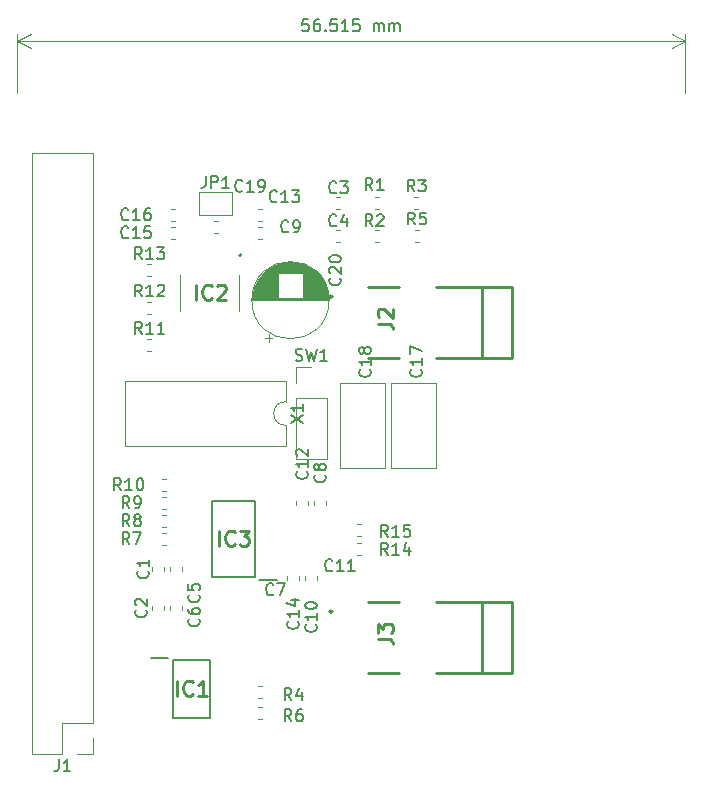
<source format=gto>
G04 #@! TF.GenerationSoftware,KiCad,Pcbnew,(5.1.2)-2*
G04 #@! TF.CreationDate,2019-12-17T18:16:02+09:00*
G04 #@! TF.ProjectId,simplecodec3,73696d70-6c65-4636-9f64-6563332e6b69,rev?*
G04 #@! TF.SameCoordinates,Original*
G04 #@! TF.FileFunction,Legend,Top*
G04 #@! TF.FilePolarity,Positive*
%FSLAX46Y46*%
G04 Gerber Fmt 4.6, Leading zero omitted, Abs format (unit mm)*
G04 Created by KiCad (PCBNEW (5.1.2)-2) date 2019-12-17 18:16:02*
%MOMM*%
%LPD*%
G04 APERTURE LIST*
%ADD10C,0.150000*%
%ADD11C,0.120000*%
%ADD12C,0.200000*%
%ADD13C,0.100000*%
%ADD14C,0.254000*%
G04 APERTURE END LIST*
D10*
X70993452Y-15962380D02*
X70517261Y-15962380D01*
X70469642Y-16438571D01*
X70517261Y-16390952D01*
X70612500Y-16343333D01*
X70850595Y-16343333D01*
X70945833Y-16390952D01*
X70993452Y-16438571D01*
X71041071Y-16533809D01*
X71041071Y-16771904D01*
X70993452Y-16867142D01*
X70945833Y-16914761D01*
X70850595Y-16962380D01*
X70612500Y-16962380D01*
X70517261Y-16914761D01*
X70469642Y-16867142D01*
X71898214Y-15962380D02*
X71707738Y-15962380D01*
X71612500Y-16010000D01*
X71564880Y-16057619D01*
X71469642Y-16200476D01*
X71422023Y-16390952D01*
X71422023Y-16771904D01*
X71469642Y-16867142D01*
X71517261Y-16914761D01*
X71612500Y-16962380D01*
X71802976Y-16962380D01*
X71898214Y-16914761D01*
X71945833Y-16867142D01*
X71993452Y-16771904D01*
X71993452Y-16533809D01*
X71945833Y-16438571D01*
X71898214Y-16390952D01*
X71802976Y-16343333D01*
X71612500Y-16343333D01*
X71517261Y-16390952D01*
X71469642Y-16438571D01*
X71422023Y-16533809D01*
X72422023Y-16867142D02*
X72469642Y-16914761D01*
X72422023Y-16962380D01*
X72374404Y-16914761D01*
X72422023Y-16867142D01*
X72422023Y-16962380D01*
X73374404Y-15962380D02*
X72898214Y-15962380D01*
X72850595Y-16438571D01*
X72898214Y-16390952D01*
X72993452Y-16343333D01*
X73231547Y-16343333D01*
X73326785Y-16390952D01*
X73374404Y-16438571D01*
X73422023Y-16533809D01*
X73422023Y-16771904D01*
X73374404Y-16867142D01*
X73326785Y-16914761D01*
X73231547Y-16962380D01*
X72993452Y-16962380D01*
X72898214Y-16914761D01*
X72850595Y-16867142D01*
X74374404Y-16962380D02*
X73802976Y-16962380D01*
X74088690Y-16962380D02*
X74088690Y-15962380D01*
X73993452Y-16105238D01*
X73898214Y-16200476D01*
X73802976Y-16248095D01*
X75279166Y-15962380D02*
X74802976Y-15962380D01*
X74755357Y-16438571D01*
X74802976Y-16390952D01*
X74898214Y-16343333D01*
X75136309Y-16343333D01*
X75231547Y-16390952D01*
X75279166Y-16438571D01*
X75326785Y-16533809D01*
X75326785Y-16771904D01*
X75279166Y-16867142D01*
X75231547Y-16914761D01*
X75136309Y-16962380D01*
X74898214Y-16962380D01*
X74802976Y-16914761D01*
X74755357Y-16867142D01*
X76517261Y-16962380D02*
X76517261Y-16295714D01*
X76517261Y-16390952D02*
X76564880Y-16343333D01*
X76660119Y-16295714D01*
X76802976Y-16295714D01*
X76898214Y-16343333D01*
X76945833Y-16438571D01*
X76945833Y-16962380D01*
X76945833Y-16438571D02*
X76993452Y-16343333D01*
X77088690Y-16295714D01*
X77231547Y-16295714D01*
X77326785Y-16343333D01*
X77374404Y-16438571D01*
X77374404Y-16962380D01*
X77850595Y-16962380D02*
X77850595Y-16295714D01*
X77850595Y-16390952D02*
X77898214Y-16343333D01*
X77993452Y-16295714D01*
X78136309Y-16295714D01*
X78231547Y-16343333D01*
X78279166Y-16438571D01*
X78279166Y-16962380D01*
X78279166Y-16438571D02*
X78326785Y-16343333D01*
X78422023Y-16295714D01*
X78564880Y-16295714D01*
X78660119Y-16343333D01*
X78707738Y-16438571D01*
X78707738Y-16962380D01*
D11*
X46355000Y-17780000D02*
X102870000Y-17780000D01*
X46355000Y-22225000D02*
X46355000Y-17193579D01*
X102870000Y-22225000D02*
X102870000Y-17193579D01*
X102870000Y-17780000D02*
X101743496Y-18366421D01*
X102870000Y-17780000D02*
X101743496Y-17193579D01*
X46355000Y-17780000D02*
X47481504Y-18366421D01*
X46355000Y-17780000D02*
X47481504Y-17193579D01*
X57783000Y-62312733D02*
X57783000Y-62655267D01*
X58803000Y-62312733D02*
X58803000Y-62655267D01*
X58803000Y-65957267D02*
X58803000Y-65614733D01*
X57783000Y-65957267D02*
X57783000Y-65614733D01*
X73361733Y-32006000D02*
X73704267Y-32006000D01*
X73361733Y-30986000D02*
X73704267Y-30986000D01*
X73361733Y-33780000D02*
X73704267Y-33780000D01*
X73361733Y-34800000D02*
X73704267Y-34800000D01*
X60327000Y-62312733D02*
X60327000Y-62655267D01*
X59307000Y-62312733D02*
X59307000Y-62655267D01*
X60327000Y-65614733D02*
X60327000Y-65957267D01*
X59307000Y-65614733D02*
X59307000Y-65957267D01*
X72519000Y-57067267D02*
X72519000Y-56724733D01*
X71499000Y-57067267D02*
X71499000Y-56724733D01*
X66757733Y-34546000D02*
X67100267Y-34546000D01*
X66757733Y-33526000D02*
X67100267Y-33526000D01*
X70737000Y-63417267D02*
X70737000Y-63074733D01*
X71757000Y-63417267D02*
X71757000Y-63074733D01*
X69975000Y-57067267D02*
X69975000Y-56724733D01*
X70995000Y-57067267D02*
X70995000Y-56724733D01*
X66757733Y-32002000D02*
X67100267Y-32002000D01*
X66757733Y-33022000D02*
X67100267Y-33022000D01*
X70233000Y-63417267D02*
X70233000Y-63074733D01*
X69213000Y-63417267D02*
X69213000Y-63074733D01*
X59734267Y-34546000D02*
X59391733Y-34546000D01*
X59734267Y-33526000D02*
X59391733Y-33526000D01*
X59734267Y-32002000D02*
X59391733Y-32002000D01*
X59734267Y-33022000D02*
X59391733Y-33022000D01*
X78013000Y-46712000D02*
X81753000Y-46712000D01*
X78013000Y-53952000D02*
X81753000Y-53952000D01*
X81753000Y-53952000D02*
X81753000Y-46712000D01*
X78013000Y-53952000D02*
X78013000Y-46712000D01*
X73695000Y-53952000D02*
X73695000Y-46712000D01*
X77435000Y-53952000D02*
X77435000Y-46712000D01*
X73695000Y-53952000D02*
X77435000Y-53952000D01*
X73695000Y-46712000D02*
X77435000Y-46712000D01*
X63011233Y-33018000D02*
X63353767Y-33018000D01*
X63011233Y-34038000D02*
X63353767Y-34038000D01*
X72739000Y-39731000D02*
G75*
G03X72739000Y-39731000I-3270000J0D01*
G01*
X66239000Y-39731000D02*
X72699000Y-39731000D01*
X66239000Y-39691000D02*
X72699000Y-39691000D01*
X66239000Y-39651000D02*
X72699000Y-39651000D01*
X66241000Y-39611000D02*
X72697000Y-39611000D01*
X66242000Y-39571000D02*
X72696000Y-39571000D01*
X66245000Y-39531000D02*
X72693000Y-39531000D01*
X66247000Y-39491000D02*
X68429000Y-39491000D01*
X70509000Y-39491000D02*
X72691000Y-39491000D01*
X66251000Y-39451000D02*
X68429000Y-39451000D01*
X70509000Y-39451000D02*
X72687000Y-39451000D01*
X66254000Y-39411000D02*
X68429000Y-39411000D01*
X70509000Y-39411000D02*
X72684000Y-39411000D01*
X66258000Y-39371000D02*
X68429000Y-39371000D01*
X70509000Y-39371000D02*
X72680000Y-39371000D01*
X66263000Y-39331000D02*
X68429000Y-39331000D01*
X70509000Y-39331000D02*
X72675000Y-39331000D01*
X66268000Y-39291000D02*
X68429000Y-39291000D01*
X70509000Y-39291000D02*
X72670000Y-39291000D01*
X66274000Y-39251000D02*
X68429000Y-39251000D01*
X70509000Y-39251000D02*
X72664000Y-39251000D01*
X66280000Y-39211000D02*
X68429000Y-39211000D01*
X70509000Y-39211000D02*
X72658000Y-39211000D01*
X66287000Y-39171000D02*
X68429000Y-39171000D01*
X70509000Y-39171000D02*
X72651000Y-39171000D01*
X66294000Y-39131000D02*
X68429000Y-39131000D01*
X70509000Y-39131000D02*
X72644000Y-39131000D01*
X66302000Y-39091000D02*
X68429000Y-39091000D01*
X70509000Y-39091000D02*
X72636000Y-39091000D01*
X66310000Y-39051000D02*
X68429000Y-39051000D01*
X70509000Y-39051000D02*
X72628000Y-39051000D01*
X66319000Y-39010000D02*
X68429000Y-39010000D01*
X70509000Y-39010000D02*
X72619000Y-39010000D01*
X66328000Y-38970000D02*
X68429000Y-38970000D01*
X70509000Y-38970000D02*
X72610000Y-38970000D01*
X66338000Y-38930000D02*
X68429000Y-38930000D01*
X70509000Y-38930000D02*
X72600000Y-38930000D01*
X66348000Y-38890000D02*
X68429000Y-38890000D01*
X70509000Y-38890000D02*
X72590000Y-38890000D01*
X66359000Y-38850000D02*
X68429000Y-38850000D01*
X70509000Y-38850000D02*
X72579000Y-38850000D01*
X66371000Y-38810000D02*
X68429000Y-38810000D01*
X70509000Y-38810000D02*
X72567000Y-38810000D01*
X66383000Y-38770000D02*
X68429000Y-38770000D01*
X70509000Y-38770000D02*
X72555000Y-38770000D01*
X66395000Y-38730000D02*
X68429000Y-38730000D01*
X70509000Y-38730000D02*
X72543000Y-38730000D01*
X66408000Y-38690000D02*
X68429000Y-38690000D01*
X70509000Y-38690000D02*
X72530000Y-38690000D01*
X66422000Y-38650000D02*
X68429000Y-38650000D01*
X70509000Y-38650000D02*
X72516000Y-38650000D01*
X66436000Y-38610000D02*
X68429000Y-38610000D01*
X70509000Y-38610000D02*
X72502000Y-38610000D01*
X66451000Y-38570000D02*
X68429000Y-38570000D01*
X70509000Y-38570000D02*
X72487000Y-38570000D01*
X66467000Y-38530000D02*
X68429000Y-38530000D01*
X70509000Y-38530000D02*
X72471000Y-38530000D01*
X66483000Y-38490000D02*
X68429000Y-38490000D01*
X70509000Y-38490000D02*
X72455000Y-38490000D01*
X66499000Y-38450000D02*
X68429000Y-38450000D01*
X70509000Y-38450000D02*
X72439000Y-38450000D01*
X66517000Y-38410000D02*
X68429000Y-38410000D01*
X70509000Y-38410000D02*
X72421000Y-38410000D01*
X66535000Y-38370000D02*
X68429000Y-38370000D01*
X70509000Y-38370000D02*
X72403000Y-38370000D01*
X66553000Y-38330000D02*
X68429000Y-38330000D01*
X70509000Y-38330000D02*
X72385000Y-38330000D01*
X66573000Y-38290000D02*
X68429000Y-38290000D01*
X70509000Y-38290000D02*
X72365000Y-38290000D01*
X66593000Y-38250000D02*
X68429000Y-38250000D01*
X70509000Y-38250000D02*
X72345000Y-38250000D01*
X66613000Y-38210000D02*
X68429000Y-38210000D01*
X70509000Y-38210000D02*
X72325000Y-38210000D01*
X66635000Y-38170000D02*
X68429000Y-38170000D01*
X70509000Y-38170000D02*
X72303000Y-38170000D01*
X66657000Y-38130000D02*
X68429000Y-38130000D01*
X70509000Y-38130000D02*
X72281000Y-38130000D01*
X66679000Y-38090000D02*
X68429000Y-38090000D01*
X70509000Y-38090000D02*
X72259000Y-38090000D01*
X66703000Y-38050000D02*
X68429000Y-38050000D01*
X70509000Y-38050000D02*
X72235000Y-38050000D01*
X66727000Y-38010000D02*
X68429000Y-38010000D01*
X70509000Y-38010000D02*
X72211000Y-38010000D01*
X66753000Y-37970000D02*
X68429000Y-37970000D01*
X70509000Y-37970000D02*
X72185000Y-37970000D01*
X66779000Y-37930000D02*
X68429000Y-37930000D01*
X70509000Y-37930000D02*
X72159000Y-37930000D01*
X66805000Y-37890000D02*
X68429000Y-37890000D01*
X70509000Y-37890000D02*
X72133000Y-37890000D01*
X66833000Y-37850000D02*
X68429000Y-37850000D01*
X70509000Y-37850000D02*
X72105000Y-37850000D01*
X66862000Y-37810000D02*
X68429000Y-37810000D01*
X70509000Y-37810000D02*
X72076000Y-37810000D01*
X66891000Y-37770000D02*
X68429000Y-37770000D01*
X70509000Y-37770000D02*
X72047000Y-37770000D01*
X66921000Y-37730000D02*
X68429000Y-37730000D01*
X70509000Y-37730000D02*
X72017000Y-37730000D01*
X66953000Y-37690000D02*
X68429000Y-37690000D01*
X70509000Y-37690000D02*
X71985000Y-37690000D01*
X66985000Y-37650000D02*
X68429000Y-37650000D01*
X70509000Y-37650000D02*
X71953000Y-37650000D01*
X67019000Y-37610000D02*
X68429000Y-37610000D01*
X70509000Y-37610000D02*
X71919000Y-37610000D01*
X67053000Y-37570000D02*
X68429000Y-37570000D01*
X70509000Y-37570000D02*
X71885000Y-37570000D01*
X67089000Y-37530000D02*
X68429000Y-37530000D01*
X70509000Y-37530000D02*
X71849000Y-37530000D01*
X67126000Y-37490000D02*
X68429000Y-37490000D01*
X70509000Y-37490000D02*
X71812000Y-37490000D01*
X67164000Y-37450000D02*
X68429000Y-37450000D01*
X70509000Y-37450000D02*
X71774000Y-37450000D01*
X67204000Y-37410000D02*
X71734000Y-37410000D01*
X67245000Y-37370000D02*
X71693000Y-37370000D01*
X67287000Y-37330000D02*
X71651000Y-37330000D01*
X67332000Y-37290000D02*
X71606000Y-37290000D01*
X67377000Y-37250000D02*
X71561000Y-37250000D01*
X67425000Y-37210000D02*
X71513000Y-37210000D01*
X67474000Y-37170000D02*
X71464000Y-37170000D01*
X67525000Y-37130000D02*
X71413000Y-37130000D01*
X67579000Y-37090000D02*
X71359000Y-37090000D01*
X67635000Y-37050000D02*
X71303000Y-37050000D01*
X67693000Y-37010000D02*
X71245000Y-37010000D01*
X67755000Y-36970000D02*
X71183000Y-36970000D01*
X67819000Y-36930000D02*
X71119000Y-36930000D01*
X67888000Y-36890000D02*
X71050000Y-36890000D01*
X67960000Y-36850000D02*
X70978000Y-36850000D01*
X68037000Y-36810000D02*
X70901000Y-36810000D01*
X68119000Y-36770000D02*
X70819000Y-36770000D01*
X68207000Y-36730000D02*
X70731000Y-36730000D01*
X68304000Y-36690000D02*
X70634000Y-36690000D01*
X68410000Y-36650000D02*
X70528000Y-36650000D01*
X68529000Y-36610000D02*
X70409000Y-36610000D01*
X68667000Y-36570000D02*
X70271000Y-36570000D01*
X68836000Y-36530000D02*
X70102000Y-36530000D01*
X69067000Y-36490000D02*
X69871000Y-36490000D01*
X67630000Y-43231241D02*
X67630000Y-42601241D01*
X67315000Y-42916241D02*
X67945000Y-42916241D01*
D12*
X59487000Y-70194000D02*
X62687000Y-70194000D01*
X62687000Y-70194000D02*
X62687000Y-75094000D01*
X62687000Y-75094000D02*
X59487000Y-75094000D01*
X59487000Y-75094000D02*
X59487000Y-70194000D01*
X57637000Y-70064000D02*
X59137000Y-70064000D01*
D13*
X65111000Y-40616000D02*
X65111000Y-37616000D01*
X60111000Y-40616000D02*
X60111000Y-37616000D01*
D12*
X65211000Y-36016000D02*
X65211000Y-36016000D01*
X65211000Y-35816000D02*
X65211000Y-35816000D01*
X65211000Y-35816000D02*
G75*
G02X65211000Y-36016000I0J-100000D01*
G01*
X65211000Y-36016000D02*
G75*
G02X65211000Y-35816000I0J100000D01*
G01*
X66493000Y-63194000D02*
X62793000Y-63194000D01*
X62793000Y-63194000D02*
X62793000Y-56694000D01*
X62793000Y-56694000D02*
X66493000Y-56694000D01*
X66493000Y-56694000D02*
X66493000Y-63194000D01*
X68318000Y-63444000D02*
X66843000Y-63444000D01*
D11*
X52765000Y-27245000D02*
X47565000Y-27245000D01*
X52765000Y-75565000D02*
X52765000Y-27245000D01*
X47565000Y-78165000D02*
X47565000Y-27245000D01*
X52765000Y-75565000D02*
X50165000Y-75565000D01*
X50165000Y-75565000D02*
X50165000Y-78165000D01*
X50165000Y-78165000D02*
X47565000Y-78165000D01*
X52765000Y-76835000D02*
X52765000Y-78165000D01*
X52765000Y-78165000D02*
X51435000Y-78165000D01*
D14*
X73014000Y-39395000D02*
G75*
G03X73014000Y-39395000I-107000J0D01*
G01*
X78672000Y-44656000D02*
X76025000Y-44656000D01*
X78672000Y-38656000D02*
X76025000Y-38656000D01*
X85725000Y-44656000D02*
X81782000Y-44656000D01*
X85725000Y-38656000D02*
X81782000Y-38656000D01*
X85725000Y-44656000D02*
X88225000Y-44656000D01*
X85725000Y-38656000D02*
X85725000Y-44656000D01*
X88225000Y-38656000D02*
X85725000Y-38656000D01*
X88225000Y-38656000D02*
X88225000Y-44656000D01*
X88225000Y-65326000D02*
X88225000Y-71326000D01*
X88225000Y-65326000D02*
X85725000Y-65326000D01*
X85725000Y-65326000D02*
X85725000Y-71326000D01*
X85725000Y-71326000D02*
X88225000Y-71326000D01*
X85725000Y-65326000D02*
X81782000Y-65326000D01*
X85725000Y-71326000D02*
X81782000Y-71326000D01*
X78672000Y-65326000D02*
X76025000Y-65326000D01*
X78672000Y-71326000D02*
X76025000Y-71326000D01*
X73014000Y-66065000D02*
G75*
G03X73014000Y-66065000I-107000J0D01*
G01*
D11*
X61719000Y-32559500D02*
X61719000Y-30559500D01*
X64519000Y-32559500D02*
X61719000Y-32559500D01*
X64519000Y-30559500D02*
X64519000Y-32559500D01*
X61719000Y-30559500D02*
X64519000Y-30559500D01*
X77006267Y-30986000D02*
X76663733Y-30986000D01*
X77006267Y-32006000D02*
X76663733Y-32006000D01*
X77006267Y-34800000D02*
X76663733Y-34800000D01*
X77006267Y-33780000D02*
X76663733Y-33780000D01*
X79965733Y-32006000D02*
X80308267Y-32006000D01*
X79965733Y-30986000D02*
X80308267Y-30986000D01*
X67100267Y-72388000D02*
X66757733Y-72388000D01*
X67100267Y-73408000D02*
X66757733Y-73408000D01*
X80015233Y-33780000D02*
X80357767Y-33780000D01*
X80015233Y-34800000D02*
X80357767Y-34800000D01*
X67100267Y-75186000D02*
X66757733Y-75186000D01*
X67100267Y-74166000D02*
X66757733Y-74166000D01*
X58629733Y-60454000D02*
X58972267Y-60454000D01*
X58629733Y-59434000D02*
X58972267Y-59434000D01*
X58629733Y-57910000D02*
X58972267Y-57910000D01*
X58629733Y-58930000D02*
X58972267Y-58930000D01*
X58629733Y-56386000D02*
X58972267Y-56386000D01*
X58629733Y-57406000D02*
X58972267Y-57406000D01*
X58629733Y-55882000D02*
X58972267Y-55882000D01*
X58629733Y-54862000D02*
X58972267Y-54862000D01*
X57359733Y-43051000D02*
X57702267Y-43051000D01*
X57359733Y-44071000D02*
X57702267Y-44071000D01*
X57359733Y-39876000D02*
X57702267Y-39876000D01*
X57359733Y-40896000D02*
X57702267Y-40896000D01*
X57702267Y-36701000D02*
X57359733Y-36701000D01*
X57702267Y-37721000D02*
X57359733Y-37721000D01*
X75139733Y-60323000D02*
X75482267Y-60323000D01*
X75139733Y-61343000D02*
X75482267Y-61343000D01*
X75468267Y-58672000D02*
X75125733Y-58672000D01*
X75468267Y-59692000D02*
X75125733Y-59692000D01*
X69917000Y-53146000D02*
X72577000Y-53146000D01*
X69917000Y-48006000D02*
X69917000Y-53146000D01*
X72577000Y-48006000D02*
X72577000Y-53146000D01*
X69917000Y-48006000D02*
X72577000Y-48006000D01*
X69917000Y-46736000D02*
X69917000Y-45406000D01*
X69917000Y-45406000D02*
X71247000Y-45406000D01*
X69053000Y-48326000D02*
X69053000Y-46556000D01*
X69053000Y-46556000D02*
X55453000Y-46556000D01*
X55453000Y-46556000D02*
X55453000Y-52096000D01*
X55453000Y-52096000D02*
X69053000Y-52096000D01*
X69053000Y-52096000D02*
X69053000Y-50326000D01*
X69053000Y-50326000D02*
G75*
G02X69053000Y-48326000I0J1000000D01*
G01*
D10*
X57380142Y-62650666D02*
X57427761Y-62698285D01*
X57475380Y-62841142D01*
X57475380Y-62936380D01*
X57427761Y-63079238D01*
X57332523Y-63174476D01*
X57237285Y-63222095D01*
X57046809Y-63269714D01*
X56903952Y-63269714D01*
X56713476Y-63222095D01*
X56618238Y-63174476D01*
X56523000Y-63079238D01*
X56475380Y-62936380D01*
X56475380Y-62841142D01*
X56523000Y-62698285D01*
X56570619Y-62650666D01*
X57475380Y-61698285D02*
X57475380Y-62269714D01*
X57475380Y-61984000D02*
X56475380Y-61984000D01*
X56618238Y-62079238D01*
X56713476Y-62174476D01*
X56761095Y-62269714D01*
X57220142Y-65952666D02*
X57267761Y-66000285D01*
X57315380Y-66143142D01*
X57315380Y-66238380D01*
X57267761Y-66381238D01*
X57172523Y-66476476D01*
X57077285Y-66524095D01*
X56886809Y-66571714D01*
X56743952Y-66571714D01*
X56553476Y-66524095D01*
X56458238Y-66476476D01*
X56363000Y-66381238D01*
X56315380Y-66238380D01*
X56315380Y-66143142D01*
X56363000Y-66000285D01*
X56410619Y-65952666D01*
X56410619Y-65571714D02*
X56363000Y-65524095D01*
X56315380Y-65428857D01*
X56315380Y-65190761D01*
X56363000Y-65095523D01*
X56410619Y-65047904D01*
X56505857Y-65000285D01*
X56601095Y-65000285D01*
X56743952Y-65047904D01*
X57315380Y-65619333D01*
X57315380Y-65000285D01*
X73366333Y-30583142D02*
X73318714Y-30630761D01*
X73175857Y-30678380D01*
X73080619Y-30678380D01*
X72937761Y-30630761D01*
X72842523Y-30535523D01*
X72794904Y-30440285D01*
X72747285Y-30249809D01*
X72747285Y-30106952D01*
X72794904Y-29916476D01*
X72842523Y-29821238D01*
X72937761Y-29726000D01*
X73080619Y-29678380D01*
X73175857Y-29678380D01*
X73318714Y-29726000D01*
X73366333Y-29773619D01*
X73699666Y-29678380D02*
X74318714Y-29678380D01*
X73985380Y-30059333D01*
X74128238Y-30059333D01*
X74223476Y-30106952D01*
X74271095Y-30154571D01*
X74318714Y-30249809D01*
X74318714Y-30487904D01*
X74271095Y-30583142D01*
X74223476Y-30630761D01*
X74128238Y-30678380D01*
X73842523Y-30678380D01*
X73747285Y-30630761D01*
X73699666Y-30583142D01*
X73366333Y-33377142D02*
X73318714Y-33424761D01*
X73175857Y-33472380D01*
X73080619Y-33472380D01*
X72937761Y-33424761D01*
X72842523Y-33329523D01*
X72794904Y-33234285D01*
X72747285Y-33043809D01*
X72747285Y-32900952D01*
X72794904Y-32710476D01*
X72842523Y-32615238D01*
X72937761Y-32520000D01*
X73080619Y-32472380D01*
X73175857Y-32472380D01*
X73318714Y-32520000D01*
X73366333Y-32567619D01*
X74223476Y-32805714D02*
X74223476Y-33472380D01*
X73985380Y-32424761D02*
X73747285Y-33139047D01*
X74366333Y-33139047D01*
X61698142Y-64682666D02*
X61745761Y-64730285D01*
X61793380Y-64873142D01*
X61793380Y-64968380D01*
X61745761Y-65111238D01*
X61650523Y-65206476D01*
X61555285Y-65254095D01*
X61364809Y-65301714D01*
X61221952Y-65301714D01*
X61031476Y-65254095D01*
X60936238Y-65206476D01*
X60841000Y-65111238D01*
X60793380Y-64968380D01*
X60793380Y-64873142D01*
X60841000Y-64730285D01*
X60888619Y-64682666D01*
X60793380Y-63777904D02*
X60793380Y-64254095D01*
X61269571Y-64301714D01*
X61221952Y-64254095D01*
X61174333Y-64158857D01*
X61174333Y-63920761D01*
X61221952Y-63825523D01*
X61269571Y-63777904D01*
X61364809Y-63730285D01*
X61602904Y-63730285D01*
X61698142Y-63777904D01*
X61745761Y-63825523D01*
X61793380Y-63920761D01*
X61793380Y-64158857D01*
X61745761Y-64254095D01*
X61698142Y-64301714D01*
X61698142Y-66714666D02*
X61745761Y-66762285D01*
X61793380Y-66905142D01*
X61793380Y-67000380D01*
X61745761Y-67143238D01*
X61650523Y-67238476D01*
X61555285Y-67286095D01*
X61364809Y-67333714D01*
X61221952Y-67333714D01*
X61031476Y-67286095D01*
X60936238Y-67238476D01*
X60841000Y-67143238D01*
X60793380Y-67000380D01*
X60793380Y-66905142D01*
X60841000Y-66762285D01*
X60888619Y-66714666D01*
X60793380Y-65857523D02*
X60793380Y-66048000D01*
X60841000Y-66143238D01*
X60888619Y-66190857D01*
X61031476Y-66286095D01*
X61221952Y-66333714D01*
X61602904Y-66333714D01*
X61698142Y-66286095D01*
X61745761Y-66238476D01*
X61793380Y-66143238D01*
X61793380Y-65952761D01*
X61745761Y-65857523D01*
X61698142Y-65809904D01*
X61602904Y-65762285D01*
X61364809Y-65762285D01*
X61269571Y-65809904D01*
X61221952Y-65857523D01*
X61174333Y-65952761D01*
X61174333Y-66143238D01*
X61221952Y-66238476D01*
X61269571Y-66286095D01*
X61364809Y-66333714D01*
X68032333Y-64619142D02*
X67984714Y-64666761D01*
X67841857Y-64714380D01*
X67746619Y-64714380D01*
X67603761Y-64666761D01*
X67508523Y-64571523D01*
X67460904Y-64476285D01*
X67413285Y-64285809D01*
X67413285Y-64142952D01*
X67460904Y-63952476D01*
X67508523Y-63857238D01*
X67603761Y-63762000D01*
X67746619Y-63714380D01*
X67841857Y-63714380D01*
X67984714Y-63762000D01*
X68032333Y-63809619D01*
X68365666Y-63714380D02*
X69032333Y-63714380D01*
X68603761Y-64714380D01*
X72366142Y-54522666D02*
X72413761Y-54570285D01*
X72461380Y-54713142D01*
X72461380Y-54808380D01*
X72413761Y-54951238D01*
X72318523Y-55046476D01*
X72223285Y-55094095D01*
X72032809Y-55141714D01*
X71889952Y-55141714D01*
X71699476Y-55094095D01*
X71604238Y-55046476D01*
X71509000Y-54951238D01*
X71461380Y-54808380D01*
X71461380Y-54713142D01*
X71509000Y-54570285D01*
X71556619Y-54522666D01*
X71889952Y-53951238D02*
X71842333Y-54046476D01*
X71794714Y-54094095D01*
X71699476Y-54141714D01*
X71651857Y-54141714D01*
X71556619Y-54094095D01*
X71509000Y-54046476D01*
X71461380Y-53951238D01*
X71461380Y-53760761D01*
X71509000Y-53665523D01*
X71556619Y-53617904D01*
X71651857Y-53570285D01*
X71699476Y-53570285D01*
X71794714Y-53617904D01*
X71842333Y-53665523D01*
X71889952Y-53760761D01*
X71889952Y-53951238D01*
X71937571Y-54046476D01*
X71985190Y-54094095D01*
X72080428Y-54141714D01*
X72270904Y-54141714D01*
X72366142Y-54094095D01*
X72413761Y-54046476D01*
X72461380Y-53951238D01*
X72461380Y-53760761D01*
X72413761Y-53665523D01*
X72366142Y-53617904D01*
X72270904Y-53570285D01*
X72080428Y-53570285D01*
X71985190Y-53617904D01*
X71937571Y-53665523D01*
X71889952Y-53760761D01*
X69302333Y-33885142D02*
X69254714Y-33932761D01*
X69111857Y-33980380D01*
X69016619Y-33980380D01*
X68873761Y-33932761D01*
X68778523Y-33837523D01*
X68730904Y-33742285D01*
X68683285Y-33551809D01*
X68683285Y-33408952D01*
X68730904Y-33218476D01*
X68778523Y-33123238D01*
X68873761Y-33028000D01*
X69016619Y-32980380D01*
X69111857Y-32980380D01*
X69254714Y-33028000D01*
X69302333Y-33075619D01*
X69778523Y-33980380D02*
X69969000Y-33980380D01*
X70064238Y-33932761D01*
X70111857Y-33885142D01*
X70207095Y-33742285D01*
X70254714Y-33551809D01*
X70254714Y-33170857D01*
X70207095Y-33075619D01*
X70159476Y-33028000D01*
X70064238Y-32980380D01*
X69873761Y-32980380D01*
X69778523Y-33028000D01*
X69730904Y-33075619D01*
X69683285Y-33170857D01*
X69683285Y-33408952D01*
X69730904Y-33504190D01*
X69778523Y-33551809D01*
X69873761Y-33599428D01*
X70064238Y-33599428D01*
X70159476Y-33551809D01*
X70207095Y-33504190D01*
X70254714Y-33408952D01*
X71604142Y-67190857D02*
X71651761Y-67238476D01*
X71699380Y-67381333D01*
X71699380Y-67476571D01*
X71651761Y-67619428D01*
X71556523Y-67714666D01*
X71461285Y-67762285D01*
X71270809Y-67809904D01*
X71127952Y-67809904D01*
X70937476Y-67762285D01*
X70842238Y-67714666D01*
X70747000Y-67619428D01*
X70699380Y-67476571D01*
X70699380Y-67381333D01*
X70747000Y-67238476D01*
X70794619Y-67190857D01*
X71699380Y-66238476D02*
X71699380Y-66809904D01*
X71699380Y-66524190D02*
X70699380Y-66524190D01*
X70842238Y-66619428D01*
X70937476Y-66714666D01*
X70985095Y-66809904D01*
X70699380Y-65619428D02*
X70699380Y-65524190D01*
X70747000Y-65428952D01*
X70794619Y-65381333D01*
X70889857Y-65333714D01*
X71080333Y-65286095D01*
X71318428Y-65286095D01*
X71508904Y-65333714D01*
X71604142Y-65381333D01*
X71651761Y-65428952D01*
X71699380Y-65524190D01*
X71699380Y-65619428D01*
X71651761Y-65714666D01*
X71604142Y-65762285D01*
X71508904Y-65809904D01*
X71318428Y-65857523D01*
X71080333Y-65857523D01*
X70889857Y-65809904D01*
X70794619Y-65762285D01*
X70747000Y-65714666D01*
X70699380Y-65619428D01*
X73017142Y-62587142D02*
X72969523Y-62634761D01*
X72826666Y-62682380D01*
X72731428Y-62682380D01*
X72588571Y-62634761D01*
X72493333Y-62539523D01*
X72445714Y-62444285D01*
X72398095Y-62253809D01*
X72398095Y-62110952D01*
X72445714Y-61920476D01*
X72493333Y-61825238D01*
X72588571Y-61730000D01*
X72731428Y-61682380D01*
X72826666Y-61682380D01*
X72969523Y-61730000D01*
X73017142Y-61777619D01*
X73969523Y-62682380D02*
X73398095Y-62682380D01*
X73683809Y-62682380D02*
X73683809Y-61682380D01*
X73588571Y-61825238D01*
X73493333Y-61920476D01*
X73398095Y-61968095D01*
X74921904Y-62682380D02*
X74350476Y-62682380D01*
X74636190Y-62682380D02*
X74636190Y-61682380D01*
X74540952Y-61825238D01*
X74445714Y-61920476D01*
X74350476Y-61968095D01*
X70842142Y-54236857D02*
X70889761Y-54284476D01*
X70937380Y-54427333D01*
X70937380Y-54522571D01*
X70889761Y-54665428D01*
X70794523Y-54760666D01*
X70699285Y-54808285D01*
X70508809Y-54855904D01*
X70365952Y-54855904D01*
X70175476Y-54808285D01*
X70080238Y-54760666D01*
X69985000Y-54665428D01*
X69937380Y-54522571D01*
X69937380Y-54427333D01*
X69985000Y-54284476D01*
X70032619Y-54236857D01*
X70937380Y-53284476D02*
X70937380Y-53855904D01*
X70937380Y-53570190D02*
X69937380Y-53570190D01*
X70080238Y-53665428D01*
X70175476Y-53760666D01*
X70223095Y-53855904D01*
X70032619Y-52903523D02*
X69985000Y-52855904D01*
X69937380Y-52760666D01*
X69937380Y-52522571D01*
X69985000Y-52427333D01*
X70032619Y-52379714D01*
X70127857Y-52332095D01*
X70223095Y-52332095D01*
X70365952Y-52379714D01*
X70937380Y-52951142D01*
X70937380Y-52332095D01*
X68318142Y-31345142D02*
X68270523Y-31392761D01*
X68127666Y-31440380D01*
X68032428Y-31440380D01*
X67889571Y-31392761D01*
X67794333Y-31297523D01*
X67746714Y-31202285D01*
X67699095Y-31011809D01*
X67699095Y-30868952D01*
X67746714Y-30678476D01*
X67794333Y-30583238D01*
X67889571Y-30488000D01*
X68032428Y-30440380D01*
X68127666Y-30440380D01*
X68270523Y-30488000D01*
X68318142Y-30535619D01*
X69270523Y-31440380D02*
X68699095Y-31440380D01*
X68984809Y-31440380D02*
X68984809Y-30440380D01*
X68889571Y-30583238D01*
X68794333Y-30678476D01*
X68699095Y-30726095D01*
X69603857Y-30440380D02*
X70222904Y-30440380D01*
X69889571Y-30821333D01*
X70032428Y-30821333D01*
X70127666Y-30868952D01*
X70175285Y-30916571D01*
X70222904Y-31011809D01*
X70222904Y-31249904D01*
X70175285Y-31345142D01*
X70127666Y-31392761D01*
X70032428Y-31440380D01*
X69746714Y-31440380D01*
X69651476Y-31392761D01*
X69603857Y-31345142D01*
X70080142Y-66936857D02*
X70127761Y-66984476D01*
X70175380Y-67127333D01*
X70175380Y-67222571D01*
X70127761Y-67365428D01*
X70032523Y-67460666D01*
X69937285Y-67508285D01*
X69746809Y-67555904D01*
X69603952Y-67555904D01*
X69413476Y-67508285D01*
X69318238Y-67460666D01*
X69223000Y-67365428D01*
X69175380Y-67222571D01*
X69175380Y-67127333D01*
X69223000Y-66984476D01*
X69270619Y-66936857D01*
X70175380Y-65984476D02*
X70175380Y-66555904D01*
X70175380Y-66270190D02*
X69175380Y-66270190D01*
X69318238Y-66365428D01*
X69413476Y-66460666D01*
X69461095Y-66555904D01*
X69508714Y-65127333D02*
X70175380Y-65127333D01*
X69127761Y-65365428D02*
X69842047Y-65603523D01*
X69842047Y-64984476D01*
X55745142Y-34393142D02*
X55697523Y-34440761D01*
X55554666Y-34488380D01*
X55459428Y-34488380D01*
X55316571Y-34440761D01*
X55221333Y-34345523D01*
X55173714Y-34250285D01*
X55126095Y-34059809D01*
X55126095Y-33916952D01*
X55173714Y-33726476D01*
X55221333Y-33631238D01*
X55316571Y-33536000D01*
X55459428Y-33488380D01*
X55554666Y-33488380D01*
X55697523Y-33536000D01*
X55745142Y-33583619D01*
X56697523Y-34488380D02*
X56126095Y-34488380D01*
X56411809Y-34488380D02*
X56411809Y-33488380D01*
X56316571Y-33631238D01*
X56221333Y-33726476D01*
X56126095Y-33774095D01*
X57602285Y-33488380D02*
X57126095Y-33488380D01*
X57078476Y-33964571D01*
X57126095Y-33916952D01*
X57221333Y-33869333D01*
X57459428Y-33869333D01*
X57554666Y-33916952D01*
X57602285Y-33964571D01*
X57649904Y-34059809D01*
X57649904Y-34297904D01*
X57602285Y-34393142D01*
X57554666Y-34440761D01*
X57459428Y-34488380D01*
X57221333Y-34488380D01*
X57126095Y-34440761D01*
X57078476Y-34393142D01*
X55745142Y-32869142D02*
X55697523Y-32916761D01*
X55554666Y-32964380D01*
X55459428Y-32964380D01*
X55316571Y-32916761D01*
X55221333Y-32821523D01*
X55173714Y-32726285D01*
X55126095Y-32535809D01*
X55126095Y-32392952D01*
X55173714Y-32202476D01*
X55221333Y-32107238D01*
X55316571Y-32012000D01*
X55459428Y-31964380D01*
X55554666Y-31964380D01*
X55697523Y-32012000D01*
X55745142Y-32059619D01*
X56697523Y-32964380D02*
X56126095Y-32964380D01*
X56411809Y-32964380D02*
X56411809Y-31964380D01*
X56316571Y-32107238D01*
X56221333Y-32202476D01*
X56126095Y-32250095D01*
X57554666Y-31964380D02*
X57364190Y-31964380D01*
X57268952Y-32012000D01*
X57221333Y-32059619D01*
X57126095Y-32202476D01*
X57078476Y-32392952D01*
X57078476Y-32773904D01*
X57126095Y-32869142D01*
X57173714Y-32916761D01*
X57268952Y-32964380D01*
X57459428Y-32964380D01*
X57554666Y-32916761D01*
X57602285Y-32869142D01*
X57649904Y-32773904D01*
X57649904Y-32535809D01*
X57602285Y-32440571D01*
X57554666Y-32392952D01*
X57459428Y-32345333D01*
X57268952Y-32345333D01*
X57173714Y-32392952D01*
X57126095Y-32440571D01*
X57078476Y-32535809D01*
X80494142Y-45600857D02*
X80541761Y-45648476D01*
X80589380Y-45791333D01*
X80589380Y-45886571D01*
X80541761Y-46029428D01*
X80446523Y-46124666D01*
X80351285Y-46172285D01*
X80160809Y-46219904D01*
X80017952Y-46219904D01*
X79827476Y-46172285D01*
X79732238Y-46124666D01*
X79637000Y-46029428D01*
X79589380Y-45886571D01*
X79589380Y-45791333D01*
X79637000Y-45648476D01*
X79684619Y-45600857D01*
X80589380Y-44648476D02*
X80589380Y-45219904D01*
X80589380Y-44934190D02*
X79589380Y-44934190D01*
X79732238Y-45029428D01*
X79827476Y-45124666D01*
X79875095Y-45219904D01*
X79589380Y-44315142D02*
X79589380Y-43648476D01*
X80589380Y-44077047D01*
X76176142Y-45600857D02*
X76223761Y-45648476D01*
X76271380Y-45791333D01*
X76271380Y-45886571D01*
X76223761Y-46029428D01*
X76128523Y-46124666D01*
X76033285Y-46172285D01*
X75842809Y-46219904D01*
X75699952Y-46219904D01*
X75509476Y-46172285D01*
X75414238Y-46124666D01*
X75319000Y-46029428D01*
X75271380Y-45886571D01*
X75271380Y-45791333D01*
X75319000Y-45648476D01*
X75366619Y-45600857D01*
X76271380Y-44648476D02*
X76271380Y-45219904D01*
X76271380Y-44934190D02*
X75271380Y-44934190D01*
X75414238Y-45029428D01*
X75509476Y-45124666D01*
X75557095Y-45219904D01*
X75699952Y-44077047D02*
X75652333Y-44172285D01*
X75604714Y-44219904D01*
X75509476Y-44267523D01*
X75461857Y-44267523D01*
X75366619Y-44219904D01*
X75319000Y-44172285D01*
X75271380Y-44077047D01*
X75271380Y-43886571D01*
X75319000Y-43791333D01*
X75366619Y-43743714D01*
X75461857Y-43696095D01*
X75509476Y-43696095D01*
X75604714Y-43743714D01*
X75652333Y-43791333D01*
X75699952Y-43886571D01*
X75699952Y-44077047D01*
X75747571Y-44172285D01*
X75795190Y-44219904D01*
X75890428Y-44267523D01*
X76080904Y-44267523D01*
X76176142Y-44219904D01*
X76223761Y-44172285D01*
X76271380Y-44077047D01*
X76271380Y-43886571D01*
X76223761Y-43791333D01*
X76176142Y-43743714D01*
X76080904Y-43696095D01*
X75890428Y-43696095D01*
X75795190Y-43743714D01*
X75747571Y-43791333D01*
X75699952Y-43886571D01*
X65397142Y-30456142D02*
X65349523Y-30503761D01*
X65206666Y-30551380D01*
X65111428Y-30551380D01*
X64968571Y-30503761D01*
X64873333Y-30408523D01*
X64825714Y-30313285D01*
X64778095Y-30122809D01*
X64778095Y-29979952D01*
X64825714Y-29789476D01*
X64873333Y-29694238D01*
X64968571Y-29599000D01*
X65111428Y-29551380D01*
X65206666Y-29551380D01*
X65349523Y-29599000D01*
X65397142Y-29646619D01*
X66349523Y-30551380D02*
X65778095Y-30551380D01*
X66063809Y-30551380D02*
X66063809Y-29551380D01*
X65968571Y-29694238D01*
X65873333Y-29789476D01*
X65778095Y-29837095D01*
X66825714Y-30551380D02*
X67016190Y-30551380D01*
X67111428Y-30503761D01*
X67159047Y-30456142D01*
X67254285Y-30313285D01*
X67301904Y-30122809D01*
X67301904Y-29741857D01*
X67254285Y-29646619D01*
X67206666Y-29599000D01*
X67111428Y-29551380D01*
X66920952Y-29551380D01*
X66825714Y-29599000D01*
X66778095Y-29646619D01*
X66730476Y-29741857D01*
X66730476Y-29979952D01*
X66778095Y-30075190D01*
X66825714Y-30122809D01*
X66920952Y-30170428D01*
X67111428Y-30170428D01*
X67206666Y-30122809D01*
X67254285Y-30075190D01*
X67301904Y-29979952D01*
X73636142Y-37853857D02*
X73683761Y-37901476D01*
X73731380Y-38044333D01*
X73731380Y-38139571D01*
X73683761Y-38282428D01*
X73588523Y-38377666D01*
X73493285Y-38425285D01*
X73302809Y-38472904D01*
X73159952Y-38472904D01*
X72969476Y-38425285D01*
X72874238Y-38377666D01*
X72779000Y-38282428D01*
X72731380Y-38139571D01*
X72731380Y-38044333D01*
X72779000Y-37901476D01*
X72826619Y-37853857D01*
X72826619Y-37472904D02*
X72779000Y-37425285D01*
X72731380Y-37330047D01*
X72731380Y-37091952D01*
X72779000Y-36996714D01*
X72826619Y-36949095D01*
X72921857Y-36901476D01*
X73017095Y-36901476D01*
X73159952Y-36949095D01*
X73731380Y-37520523D01*
X73731380Y-36901476D01*
X72731380Y-36282428D02*
X72731380Y-36187190D01*
X72779000Y-36091952D01*
X72826619Y-36044333D01*
X72921857Y-35996714D01*
X73112333Y-35949095D01*
X73350428Y-35949095D01*
X73540904Y-35996714D01*
X73636142Y-36044333D01*
X73683761Y-36091952D01*
X73731380Y-36187190D01*
X73731380Y-36282428D01*
X73683761Y-36377666D01*
X73636142Y-36425285D01*
X73540904Y-36472904D01*
X73350428Y-36520523D01*
X73112333Y-36520523D01*
X72921857Y-36472904D01*
X72826619Y-36425285D01*
X72779000Y-36377666D01*
X72731380Y-36282428D01*
D14*
X59847238Y-73218523D02*
X59847238Y-71948523D01*
X61177714Y-73097571D02*
X61117238Y-73158047D01*
X60935809Y-73218523D01*
X60814857Y-73218523D01*
X60633428Y-73158047D01*
X60512476Y-73037095D01*
X60452000Y-72916142D01*
X60391523Y-72674238D01*
X60391523Y-72492809D01*
X60452000Y-72250904D01*
X60512476Y-72129952D01*
X60633428Y-72009000D01*
X60814857Y-71948523D01*
X60935809Y-71948523D01*
X61117238Y-72009000D01*
X61177714Y-72069476D01*
X62387238Y-73218523D02*
X61661523Y-73218523D01*
X62024380Y-73218523D02*
X62024380Y-71948523D01*
X61903428Y-72129952D01*
X61782476Y-72250904D01*
X61661523Y-72311380D01*
X61471238Y-39690523D02*
X61471238Y-38420523D01*
X62801714Y-39569571D02*
X62741238Y-39630047D01*
X62559809Y-39690523D01*
X62438857Y-39690523D01*
X62257428Y-39630047D01*
X62136476Y-39509095D01*
X62076000Y-39388142D01*
X62015523Y-39146238D01*
X62015523Y-38964809D01*
X62076000Y-38722904D01*
X62136476Y-38601952D01*
X62257428Y-38481000D01*
X62438857Y-38420523D01*
X62559809Y-38420523D01*
X62741238Y-38481000D01*
X62801714Y-38541476D01*
X63285523Y-38541476D02*
X63346000Y-38481000D01*
X63466952Y-38420523D01*
X63769333Y-38420523D01*
X63890285Y-38481000D01*
X63950761Y-38541476D01*
X64011238Y-38662428D01*
X64011238Y-38783380D01*
X63950761Y-38964809D01*
X63225047Y-39690523D01*
X64011238Y-39690523D01*
X63403238Y-60518523D02*
X63403238Y-59248523D01*
X64733714Y-60397571D02*
X64673238Y-60458047D01*
X64491809Y-60518523D01*
X64370857Y-60518523D01*
X64189428Y-60458047D01*
X64068476Y-60337095D01*
X64008000Y-60216142D01*
X63947523Y-59974238D01*
X63947523Y-59792809D01*
X64008000Y-59550904D01*
X64068476Y-59429952D01*
X64189428Y-59309000D01*
X64370857Y-59248523D01*
X64491809Y-59248523D01*
X64673238Y-59309000D01*
X64733714Y-59369476D01*
X65157047Y-59248523D02*
X65943238Y-59248523D01*
X65519904Y-59732333D01*
X65701333Y-59732333D01*
X65822285Y-59792809D01*
X65882761Y-59853285D01*
X65943238Y-59974238D01*
X65943238Y-60276619D01*
X65882761Y-60397571D01*
X65822285Y-60458047D01*
X65701333Y-60518523D01*
X65338476Y-60518523D01*
X65217523Y-60458047D01*
X65157047Y-60397571D01*
D10*
X49831666Y-78617380D02*
X49831666Y-79331666D01*
X49784047Y-79474523D01*
X49688809Y-79569761D01*
X49545952Y-79617380D01*
X49450714Y-79617380D01*
X50831666Y-79617380D02*
X50260238Y-79617380D01*
X50545952Y-79617380D02*
X50545952Y-78617380D01*
X50450714Y-78760238D01*
X50355476Y-78855476D01*
X50260238Y-78903095D01*
D14*
X76842523Y-41715333D02*
X77749666Y-41715333D01*
X77931095Y-41775809D01*
X78052047Y-41896761D01*
X78112523Y-42078190D01*
X78112523Y-42199142D01*
X76963476Y-41171047D02*
X76903000Y-41110571D01*
X76842523Y-40989619D01*
X76842523Y-40687238D01*
X76903000Y-40566285D01*
X76963476Y-40505809D01*
X77084428Y-40445333D01*
X77205380Y-40445333D01*
X77386809Y-40505809D01*
X78112523Y-41231523D01*
X78112523Y-40445333D01*
X76842523Y-68385333D02*
X77749666Y-68385333D01*
X77931095Y-68445809D01*
X78052047Y-68566761D01*
X78112523Y-68748190D01*
X78112523Y-68869142D01*
X76842523Y-67901523D02*
X76842523Y-67115333D01*
X77326333Y-67538666D01*
X77326333Y-67357238D01*
X77386809Y-67236285D01*
X77447285Y-67175809D01*
X77568238Y-67115333D01*
X77870619Y-67115333D01*
X77991571Y-67175809D01*
X78052047Y-67236285D01*
X78112523Y-67357238D01*
X78112523Y-67720095D01*
X78052047Y-67841047D01*
X77991571Y-67901523D01*
D10*
X62285666Y-29233880D02*
X62285666Y-29948166D01*
X62238047Y-30091023D01*
X62142809Y-30186261D01*
X61999952Y-30233880D01*
X61904714Y-30233880D01*
X62761857Y-30233880D02*
X62761857Y-29233880D01*
X63142809Y-29233880D01*
X63238047Y-29281500D01*
X63285666Y-29329119D01*
X63333285Y-29424357D01*
X63333285Y-29567214D01*
X63285666Y-29662452D01*
X63238047Y-29710071D01*
X63142809Y-29757690D01*
X62761857Y-29757690D01*
X64285666Y-30233880D02*
X63714238Y-30233880D01*
X63999952Y-30233880D02*
X63999952Y-29233880D01*
X63904714Y-29376738D01*
X63809476Y-29471976D01*
X63714238Y-29519595D01*
X76414333Y-30424380D02*
X76081000Y-29948190D01*
X75842904Y-30424380D02*
X75842904Y-29424380D01*
X76223857Y-29424380D01*
X76319095Y-29472000D01*
X76366714Y-29519619D01*
X76414333Y-29614857D01*
X76414333Y-29757714D01*
X76366714Y-29852952D01*
X76319095Y-29900571D01*
X76223857Y-29948190D01*
X75842904Y-29948190D01*
X77366714Y-30424380D02*
X76795285Y-30424380D01*
X77081000Y-30424380D02*
X77081000Y-29424380D01*
X76985761Y-29567238D01*
X76890523Y-29662476D01*
X76795285Y-29710095D01*
X76414333Y-33472380D02*
X76081000Y-32996190D01*
X75842904Y-33472380D02*
X75842904Y-32472380D01*
X76223857Y-32472380D01*
X76319095Y-32520000D01*
X76366714Y-32567619D01*
X76414333Y-32662857D01*
X76414333Y-32805714D01*
X76366714Y-32900952D01*
X76319095Y-32948571D01*
X76223857Y-32996190D01*
X75842904Y-32996190D01*
X76795285Y-32567619D02*
X76842904Y-32520000D01*
X76938142Y-32472380D01*
X77176238Y-32472380D01*
X77271476Y-32520000D01*
X77319095Y-32567619D01*
X77366714Y-32662857D01*
X77366714Y-32758095D01*
X77319095Y-32900952D01*
X76747666Y-33472380D01*
X77366714Y-33472380D01*
X79970333Y-30518380D02*
X79637000Y-30042190D01*
X79398904Y-30518380D02*
X79398904Y-29518380D01*
X79779857Y-29518380D01*
X79875095Y-29566000D01*
X79922714Y-29613619D01*
X79970333Y-29708857D01*
X79970333Y-29851714D01*
X79922714Y-29946952D01*
X79875095Y-29994571D01*
X79779857Y-30042190D01*
X79398904Y-30042190D01*
X80303666Y-29518380D02*
X80922714Y-29518380D01*
X80589380Y-29899333D01*
X80732238Y-29899333D01*
X80827476Y-29946952D01*
X80875095Y-29994571D01*
X80922714Y-30089809D01*
X80922714Y-30327904D01*
X80875095Y-30423142D01*
X80827476Y-30470761D01*
X80732238Y-30518380D01*
X80446523Y-30518380D01*
X80351285Y-30470761D01*
X80303666Y-30423142D01*
X69556333Y-73604380D02*
X69223000Y-73128190D01*
X68984904Y-73604380D02*
X68984904Y-72604380D01*
X69365857Y-72604380D01*
X69461095Y-72652000D01*
X69508714Y-72699619D01*
X69556333Y-72794857D01*
X69556333Y-72937714D01*
X69508714Y-73032952D01*
X69461095Y-73080571D01*
X69365857Y-73128190D01*
X68984904Y-73128190D01*
X70413476Y-72937714D02*
X70413476Y-73604380D01*
X70175380Y-72556761D02*
X69937285Y-73271047D01*
X70556333Y-73271047D01*
X80019833Y-33312380D02*
X79686500Y-32836190D01*
X79448404Y-33312380D02*
X79448404Y-32312380D01*
X79829357Y-32312380D01*
X79924595Y-32360000D01*
X79972214Y-32407619D01*
X80019833Y-32502857D01*
X80019833Y-32645714D01*
X79972214Y-32740952D01*
X79924595Y-32788571D01*
X79829357Y-32836190D01*
X79448404Y-32836190D01*
X80924595Y-32312380D02*
X80448404Y-32312380D01*
X80400785Y-32788571D01*
X80448404Y-32740952D01*
X80543642Y-32693333D01*
X80781738Y-32693333D01*
X80876976Y-32740952D01*
X80924595Y-32788571D01*
X80972214Y-32883809D01*
X80972214Y-33121904D01*
X80924595Y-33217142D01*
X80876976Y-33264761D01*
X80781738Y-33312380D01*
X80543642Y-33312380D01*
X80448404Y-33264761D01*
X80400785Y-33217142D01*
X69556333Y-75382380D02*
X69223000Y-74906190D01*
X68984904Y-75382380D02*
X68984904Y-74382380D01*
X69365857Y-74382380D01*
X69461095Y-74430000D01*
X69508714Y-74477619D01*
X69556333Y-74572857D01*
X69556333Y-74715714D01*
X69508714Y-74810952D01*
X69461095Y-74858571D01*
X69365857Y-74906190D01*
X68984904Y-74906190D01*
X70413476Y-74382380D02*
X70223000Y-74382380D01*
X70127761Y-74430000D01*
X70080142Y-74477619D01*
X69984904Y-74620476D01*
X69937285Y-74810952D01*
X69937285Y-75191904D01*
X69984904Y-75287142D01*
X70032523Y-75334761D01*
X70127761Y-75382380D01*
X70318238Y-75382380D01*
X70413476Y-75334761D01*
X70461095Y-75287142D01*
X70508714Y-75191904D01*
X70508714Y-74953809D01*
X70461095Y-74858571D01*
X70413476Y-74810952D01*
X70318238Y-74763333D01*
X70127761Y-74763333D01*
X70032523Y-74810952D01*
X69984904Y-74858571D01*
X69937285Y-74953809D01*
X55840333Y-60396380D02*
X55507000Y-59920190D01*
X55268904Y-60396380D02*
X55268904Y-59396380D01*
X55649857Y-59396380D01*
X55745095Y-59444000D01*
X55792714Y-59491619D01*
X55840333Y-59586857D01*
X55840333Y-59729714D01*
X55792714Y-59824952D01*
X55745095Y-59872571D01*
X55649857Y-59920190D01*
X55268904Y-59920190D01*
X56173666Y-59396380D02*
X56840333Y-59396380D01*
X56411761Y-60396380D01*
X55840333Y-58872380D02*
X55507000Y-58396190D01*
X55268904Y-58872380D02*
X55268904Y-57872380D01*
X55649857Y-57872380D01*
X55745095Y-57920000D01*
X55792714Y-57967619D01*
X55840333Y-58062857D01*
X55840333Y-58205714D01*
X55792714Y-58300952D01*
X55745095Y-58348571D01*
X55649857Y-58396190D01*
X55268904Y-58396190D01*
X56411761Y-58300952D02*
X56316523Y-58253333D01*
X56268904Y-58205714D01*
X56221285Y-58110476D01*
X56221285Y-58062857D01*
X56268904Y-57967619D01*
X56316523Y-57920000D01*
X56411761Y-57872380D01*
X56602238Y-57872380D01*
X56697476Y-57920000D01*
X56745095Y-57967619D01*
X56792714Y-58062857D01*
X56792714Y-58110476D01*
X56745095Y-58205714D01*
X56697476Y-58253333D01*
X56602238Y-58300952D01*
X56411761Y-58300952D01*
X56316523Y-58348571D01*
X56268904Y-58396190D01*
X56221285Y-58491428D01*
X56221285Y-58681904D01*
X56268904Y-58777142D01*
X56316523Y-58824761D01*
X56411761Y-58872380D01*
X56602238Y-58872380D01*
X56697476Y-58824761D01*
X56745095Y-58777142D01*
X56792714Y-58681904D01*
X56792714Y-58491428D01*
X56745095Y-58396190D01*
X56697476Y-58348571D01*
X56602238Y-58300952D01*
X55840333Y-57348380D02*
X55507000Y-56872190D01*
X55268904Y-57348380D02*
X55268904Y-56348380D01*
X55649857Y-56348380D01*
X55745095Y-56396000D01*
X55792714Y-56443619D01*
X55840333Y-56538857D01*
X55840333Y-56681714D01*
X55792714Y-56776952D01*
X55745095Y-56824571D01*
X55649857Y-56872190D01*
X55268904Y-56872190D01*
X56316523Y-57348380D02*
X56507000Y-57348380D01*
X56602238Y-57300761D01*
X56649857Y-57253142D01*
X56745095Y-57110285D01*
X56792714Y-56919809D01*
X56792714Y-56538857D01*
X56745095Y-56443619D01*
X56697476Y-56396000D01*
X56602238Y-56348380D01*
X56411761Y-56348380D01*
X56316523Y-56396000D01*
X56268904Y-56443619D01*
X56221285Y-56538857D01*
X56221285Y-56776952D01*
X56268904Y-56872190D01*
X56316523Y-56919809D01*
X56411761Y-56967428D01*
X56602238Y-56967428D01*
X56697476Y-56919809D01*
X56745095Y-56872190D01*
X56792714Y-56776952D01*
X55110142Y-55824380D02*
X54776809Y-55348190D01*
X54538714Y-55824380D02*
X54538714Y-54824380D01*
X54919666Y-54824380D01*
X55014904Y-54872000D01*
X55062523Y-54919619D01*
X55110142Y-55014857D01*
X55110142Y-55157714D01*
X55062523Y-55252952D01*
X55014904Y-55300571D01*
X54919666Y-55348190D01*
X54538714Y-55348190D01*
X56062523Y-55824380D02*
X55491095Y-55824380D01*
X55776809Y-55824380D02*
X55776809Y-54824380D01*
X55681571Y-54967238D01*
X55586333Y-55062476D01*
X55491095Y-55110095D01*
X56681571Y-54824380D02*
X56776809Y-54824380D01*
X56872047Y-54872000D01*
X56919666Y-54919619D01*
X56967285Y-55014857D01*
X57014904Y-55205333D01*
X57014904Y-55443428D01*
X56967285Y-55633904D01*
X56919666Y-55729142D01*
X56872047Y-55776761D01*
X56776809Y-55824380D01*
X56681571Y-55824380D01*
X56586333Y-55776761D01*
X56538714Y-55729142D01*
X56491095Y-55633904D01*
X56443476Y-55443428D01*
X56443476Y-55205333D01*
X56491095Y-55014857D01*
X56538714Y-54919619D01*
X56586333Y-54872000D01*
X56681571Y-54824380D01*
X56888142Y-42583380D02*
X56554809Y-42107190D01*
X56316714Y-42583380D02*
X56316714Y-41583380D01*
X56697666Y-41583380D01*
X56792904Y-41631000D01*
X56840523Y-41678619D01*
X56888142Y-41773857D01*
X56888142Y-41916714D01*
X56840523Y-42011952D01*
X56792904Y-42059571D01*
X56697666Y-42107190D01*
X56316714Y-42107190D01*
X57840523Y-42583380D02*
X57269095Y-42583380D01*
X57554809Y-42583380D02*
X57554809Y-41583380D01*
X57459571Y-41726238D01*
X57364333Y-41821476D01*
X57269095Y-41869095D01*
X58792904Y-42583380D02*
X58221476Y-42583380D01*
X58507190Y-42583380D02*
X58507190Y-41583380D01*
X58411952Y-41726238D01*
X58316714Y-41821476D01*
X58221476Y-41869095D01*
X56888142Y-39408380D02*
X56554809Y-38932190D01*
X56316714Y-39408380D02*
X56316714Y-38408380D01*
X56697666Y-38408380D01*
X56792904Y-38456000D01*
X56840523Y-38503619D01*
X56888142Y-38598857D01*
X56888142Y-38741714D01*
X56840523Y-38836952D01*
X56792904Y-38884571D01*
X56697666Y-38932190D01*
X56316714Y-38932190D01*
X57840523Y-39408380D02*
X57269095Y-39408380D01*
X57554809Y-39408380D02*
X57554809Y-38408380D01*
X57459571Y-38551238D01*
X57364333Y-38646476D01*
X57269095Y-38694095D01*
X58221476Y-38503619D02*
X58269095Y-38456000D01*
X58364333Y-38408380D01*
X58602428Y-38408380D01*
X58697666Y-38456000D01*
X58745285Y-38503619D01*
X58792904Y-38598857D01*
X58792904Y-38694095D01*
X58745285Y-38836952D01*
X58173857Y-39408380D01*
X58792904Y-39408380D01*
X56888142Y-36266380D02*
X56554809Y-35790190D01*
X56316714Y-36266380D02*
X56316714Y-35266380D01*
X56697666Y-35266380D01*
X56792904Y-35314000D01*
X56840523Y-35361619D01*
X56888142Y-35456857D01*
X56888142Y-35599714D01*
X56840523Y-35694952D01*
X56792904Y-35742571D01*
X56697666Y-35790190D01*
X56316714Y-35790190D01*
X57840523Y-36266380D02*
X57269095Y-36266380D01*
X57554809Y-36266380D02*
X57554809Y-35266380D01*
X57459571Y-35409238D01*
X57364333Y-35504476D01*
X57269095Y-35552095D01*
X58173857Y-35266380D02*
X58792904Y-35266380D01*
X58459571Y-35647333D01*
X58602428Y-35647333D01*
X58697666Y-35694952D01*
X58745285Y-35742571D01*
X58792904Y-35837809D01*
X58792904Y-36075904D01*
X58745285Y-36171142D01*
X58697666Y-36218761D01*
X58602428Y-36266380D01*
X58316714Y-36266380D01*
X58221476Y-36218761D01*
X58173857Y-36171142D01*
X77716142Y-61285380D02*
X77382809Y-60809190D01*
X77144714Y-61285380D02*
X77144714Y-60285380D01*
X77525666Y-60285380D01*
X77620904Y-60333000D01*
X77668523Y-60380619D01*
X77716142Y-60475857D01*
X77716142Y-60618714D01*
X77668523Y-60713952D01*
X77620904Y-60761571D01*
X77525666Y-60809190D01*
X77144714Y-60809190D01*
X78668523Y-61285380D02*
X78097095Y-61285380D01*
X78382809Y-61285380D02*
X78382809Y-60285380D01*
X78287571Y-60428238D01*
X78192333Y-60523476D01*
X78097095Y-60571095D01*
X79525666Y-60618714D02*
X79525666Y-61285380D01*
X79287571Y-60237761D02*
X79049476Y-60952047D01*
X79668523Y-60952047D01*
X77716142Y-59761380D02*
X77382809Y-59285190D01*
X77144714Y-59761380D02*
X77144714Y-58761380D01*
X77525666Y-58761380D01*
X77620904Y-58809000D01*
X77668523Y-58856619D01*
X77716142Y-58951857D01*
X77716142Y-59094714D01*
X77668523Y-59189952D01*
X77620904Y-59237571D01*
X77525666Y-59285190D01*
X77144714Y-59285190D01*
X78668523Y-59761380D02*
X78097095Y-59761380D01*
X78382809Y-59761380D02*
X78382809Y-58761380D01*
X78287571Y-58904238D01*
X78192333Y-58999476D01*
X78097095Y-59047095D01*
X79573285Y-58761380D02*
X79097095Y-58761380D01*
X79049476Y-59237571D01*
X79097095Y-59189952D01*
X79192333Y-59142333D01*
X79430428Y-59142333D01*
X79525666Y-59189952D01*
X79573285Y-59237571D01*
X79620904Y-59332809D01*
X79620904Y-59570904D01*
X79573285Y-59666142D01*
X79525666Y-59713761D01*
X79430428Y-59761380D01*
X79192333Y-59761380D01*
X79097095Y-59713761D01*
X79049476Y-59666142D01*
X69913666Y-44810761D02*
X70056523Y-44858380D01*
X70294619Y-44858380D01*
X70389857Y-44810761D01*
X70437476Y-44763142D01*
X70485095Y-44667904D01*
X70485095Y-44572666D01*
X70437476Y-44477428D01*
X70389857Y-44429809D01*
X70294619Y-44382190D01*
X70104142Y-44334571D01*
X70008904Y-44286952D01*
X69961285Y-44239333D01*
X69913666Y-44144095D01*
X69913666Y-44048857D01*
X69961285Y-43953619D01*
X70008904Y-43906000D01*
X70104142Y-43858380D01*
X70342238Y-43858380D01*
X70485095Y-43906000D01*
X70818428Y-43858380D02*
X71056523Y-44858380D01*
X71247000Y-44144095D01*
X71437476Y-44858380D01*
X71675571Y-43858380D01*
X72580333Y-44858380D02*
X72008904Y-44858380D01*
X72294619Y-44858380D02*
X72294619Y-43858380D01*
X72199380Y-44001238D01*
X72104142Y-44096476D01*
X72008904Y-44144095D01*
X69505380Y-50135523D02*
X70505380Y-49468857D01*
X69505380Y-49468857D02*
X70505380Y-50135523D01*
X70505380Y-48564095D02*
X70505380Y-49135523D01*
X70505380Y-48849809D02*
X69505380Y-48849809D01*
X69648238Y-48945047D01*
X69743476Y-49040285D01*
X69791095Y-49135523D01*
M02*

</source>
